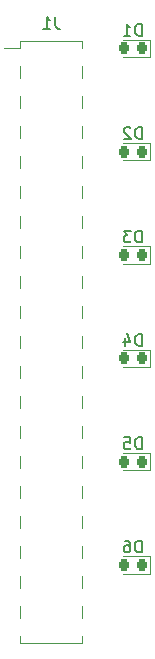
<source format=gbr>
%TF.GenerationSoftware,KiCad,Pcbnew,(7.0.0)*%
%TF.CreationDate,2023-03-30T09:00:50-07:00*%
%TF.ProjectId,wyw_r_frontpanel,7779775f-725f-4667-926f-6e7470616e65,rev?*%
%TF.SameCoordinates,Original*%
%TF.FileFunction,Legend,Bot*%
%TF.FilePolarity,Positive*%
%FSLAX46Y46*%
G04 Gerber Fmt 4.6, Leading zero omitted, Abs format (unit mm)*
G04 Created by KiCad (PCBNEW (7.0.0)) date 2023-03-30 09:00:50*
%MOMM*%
%LPD*%
G01*
G04 APERTURE LIST*
G04 Aperture macros list*
%AMRoundRect*
0 Rectangle with rounded corners*
0 $1 Rounding radius*
0 $2 $3 $4 $5 $6 $7 $8 $9 X,Y pos of 4 corners*
0 Add a 4 corners polygon primitive as box body*
4,1,4,$2,$3,$4,$5,$6,$7,$8,$9,$2,$3,0*
0 Add four circle primitives for the rounded corners*
1,1,$1+$1,$2,$3*
1,1,$1+$1,$4,$5*
1,1,$1+$1,$6,$7*
1,1,$1+$1,$8,$9*
0 Add four rect primitives between the rounded corners*
20,1,$1+$1,$2,$3,$4,$5,0*
20,1,$1+$1,$4,$5,$6,$7,0*
20,1,$1+$1,$6,$7,$8,$9,0*
20,1,$1+$1,$8,$9,$2,$3,0*%
G04 Aperture macros list end*
%ADD10C,0.150000*%
%ADD11C,0.120000*%
%ADD12R,3.000000X1.000000*%
%ADD13C,2.130000*%
%ADD14R,1.830000X1.930000*%
%ADD15O,2.720000X3.240000*%
%ADD16R,1.800000X1.800000*%
%ADD17C,1.800000*%
%ADD18O,3.240000X2.720000*%
%ADD19RoundRect,0.218750X0.218750X0.256250X-0.218750X0.256250X-0.218750X-0.256250X0.218750X-0.256250X0*%
G04 APERTURE END LIST*
D10*
%TO.C,J1*%
X25333333Y-55277380D02*
X25333333Y-55991666D01*
X25333333Y-55991666D02*
X25380952Y-56134523D01*
X25380952Y-56134523D02*
X25476190Y-56229761D01*
X25476190Y-56229761D02*
X25619047Y-56277380D01*
X25619047Y-56277380D02*
X25714285Y-56277380D01*
X24333333Y-56277380D02*
X24904761Y-56277380D01*
X24619047Y-56277380D02*
X24619047Y-55277380D01*
X24619047Y-55277380D02*
X24714285Y-55420238D01*
X24714285Y-55420238D02*
X24809523Y-55515476D01*
X24809523Y-55515476D02*
X24904761Y-55563095D01*
%TO.C,D5*%
X32650594Y-91887380D02*
X32650594Y-90887380D01*
X32650594Y-90887380D02*
X32412499Y-90887380D01*
X32412499Y-90887380D02*
X32269642Y-90935000D01*
X32269642Y-90935000D02*
X32174404Y-91030238D01*
X32174404Y-91030238D02*
X32126785Y-91125476D01*
X32126785Y-91125476D02*
X32079166Y-91315952D01*
X32079166Y-91315952D02*
X32079166Y-91458809D01*
X32079166Y-91458809D02*
X32126785Y-91649285D01*
X32126785Y-91649285D02*
X32174404Y-91744523D01*
X32174404Y-91744523D02*
X32269642Y-91839761D01*
X32269642Y-91839761D02*
X32412499Y-91887380D01*
X32412499Y-91887380D02*
X32650594Y-91887380D01*
X31174404Y-90887380D02*
X31650594Y-90887380D01*
X31650594Y-90887380D02*
X31698213Y-91363571D01*
X31698213Y-91363571D02*
X31650594Y-91315952D01*
X31650594Y-91315952D02*
X31555356Y-91268333D01*
X31555356Y-91268333D02*
X31317261Y-91268333D01*
X31317261Y-91268333D02*
X31222023Y-91315952D01*
X31222023Y-91315952D02*
X31174404Y-91363571D01*
X31174404Y-91363571D02*
X31126785Y-91458809D01*
X31126785Y-91458809D02*
X31126785Y-91696904D01*
X31126785Y-91696904D02*
X31174404Y-91792142D01*
X31174404Y-91792142D02*
X31222023Y-91839761D01*
X31222023Y-91839761D02*
X31317261Y-91887380D01*
X31317261Y-91887380D02*
X31555356Y-91887380D01*
X31555356Y-91887380D02*
X31650594Y-91839761D01*
X31650594Y-91839761D02*
X31698213Y-91792142D01*
%TO.C,D6*%
X32650594Y-100637380D02*
X32650594Y-99637380D01*
X32650594Y-99637380D02*
X32412499Y-99637380D01*
X32412499Y-99637380D02*
X32269642Y-99685000D01*
X32269642Y-99685000D02*
X32174404Y-99780238D01*
X32174404Y-99780238D02*
X32126785Y-99875476D01*
X32126785Y-99875476D02*
X32079166Y-100065952D01*
X32079166Y-100065952D02*
X32079166Y-100208809D01*
X32079166Y-100208809D02*
X32126785Y-100399285D01*
X32126785Y-100399285D02*
X32174404Y-100494523D01*
X32174404Y-100494523D02*
X32269642Y-100589761D01*
X32269642Y-100589761D02*
X32412499Y-100637380D01*
X32412499Y-100637380D02*
X32650594Y-100637380D01*
X31222023Y-99637380D02*
X31412499Y-99637380D01*
X31412499Y-99637380D02*
X31507737Y-99685000D01*
X31507737Y-99685000D02*
X31555356Y-99732619D01*
X31555356Y-99732619D02*
X31650594Y-99875476D01*
X31650594Y-99875476D02*
X31698213Y-100065952D01*
X31698213Y-100065952D02*
X31698213Y-100446904D01*
X31698213Y-100446904D02*
X31650594Y-100542142D01*
X31650594Y-100542142D02*
X31602975Y-100589761D01*
X31602975Y-100589761D02*
X31507737Y-100637380D01*
X31507737Y-100637380D02*
X31317261Y-100637380D01*
X31317261Y-100637380D02*
X31222023Y-100589761D01*
X31222023Y-100589761D02*
X31174404Y-100542142D01*
X31174404Y-100542142D02*
X31126785Y-100446904D01*
X31126785Y-100446904D02*
X31126785Y-100208809D01*
X31126785Y-100208809D02*
X31174404Y-100113571D01*
X31174404Y-100113571D02*
X31222023Y-100065952D01*
X31222023Y-100065952D02*
X31317261Y-100018333D01*
X31317261Y-100018333D02*
X31507737Y-100018333D01*
X31507737Y-100018333D02*
X31602975Y-100065952D01*
X31602975Y-100065952D02*
X31650594Y-100113571D01*
X31650594Y-100113571D02*
X31698213Y-100208809D01*
%TO.C,D3*%
X32650594Y-74387380D02*
X32650594Y-73387380D01*
X32650594Y-73387380D02*
X32412499Y-73387380D01*
X32412499Y-73387380D02*
X32269642Y-73435000D01*
X32269642Y-73435000D02*
X32174404Y-73530238D01*
X32174404Y-73530238D02*
X32126785Y-73625476D01*
X32126785Y-73625476D02*
X32079166Y-73815952D01*
X32079166Y-73815952D02*
X32079166Y-73958809D01*
X32079166Y-73958809D02*
X32126785Y-74149285D01*
X32126785Y-74149285D02*
X32174404Y-74244523D01*
X32174404Y-74244523D02*
X32269642Y-74339761D01*
X32269642Y-74339761D02*
X32412499Y-74387380D01*
X32412499Y-74387380D02*
X32650594Y-74387380D01*
X31745832Y-73387380D02*
X31126785Y-73387380D01*
X31126785Y-73387380D02*
X31460118Y-73768333D01*
X31460118Y-73768333D02*
X31317261Y-73768333D01*
X31317261Y-73768333D02*
X31222023Y-73815952D01*
X31222023Y-73815952D02*
X31174404Y-73863571D01*
X31174404Y-73863571D02*
X31126785Y-73958809D01*
X31126785Y-73958809D02*
X31126785Y-74196904D01*
X31126785Y-74196904D02*
X31174404Y-74292142D01*
X31174404Y-74292142D02*
X31222023Y-74339761D01*
X31222023Y-74339761D02*
X31317261Y-74387380D01*
X31317261Y-74387380D02*
X31602975Y-74387380D01*
X31602975Y-74387380D02*
X31698213Y-74339761D01*
X31698213Y-74339761D02*
X31745832Y-74292142D01*
%TO.C,D4*%
X32650594Y-83137380D02*
X32650594Y-82137380D01*
X32650594Y-82137380D02*
X32412499Y-82137380D01*
X32412499Y-82137380D02*
X32269642Y-82185000D01*
X32269642Y-82185000D02*
X32174404Y-82280238D01*
X32174404Y-82280238D02*
X32126785Y-82375476D01*
X32126785Y-82375476D02*
X32079166Y-82565952D01*
X32079166Y-82565952D02*
X32079166Y-82708809D01*
X32079166Y-82708809D02*
X32126785Y-82899285D01*
X32126785Y-82899285D02*
X32174404Y-82994523D01*
X32174404Y-82994523D02*
X32269642Y-83089761D01*
X32269642Y-83089761D02*
X32412499Y-83137380D01*
X32412499Y-83137380D02*
X32650594Y-83137380D01*
X31222023Y-82470714D02*
X31222023Y-83137380D01*
X31460118Y-82089761D02*
X31698213Y-82804047D01*
X31698213Y-82804047D02*
X31079166Y-82804047D01*
%TO.C,D2*%
X32650594Y-65637380D02*
X32650594Y-64637380D01*
X32650594Y-64637380D02*
X32412499Y-64637380D01*
X32412499Y-64637380D02*
X32269642Y-64685000D01*
X32269642Y-64685000D02*
X32174404Y-64780238D01*
X32174404Y-64780238D02*
X32126785Y-64875476D01*
X32126785Y-64875476D02*
X32079166Y-65065952D01*
X32079166Y-65065952D02*
X32079166Y-65208809D01*
X32079166Y-65208809D02*
X32126785Y-65399285D01*
X32126785Y-65399285D02*
X32174404Y-65494523D01*
X32174404Y-65494523D02*
X32269642Y-65589761D01*
X32269642Y-65589761D02*
X32412499Y-65637380D01*
X32412499Y-65637380D02*
X32650594Y-65637380D01*
X31698213Y-64732619D02*
X31650594Y-64685000D01*
X31650594Y-64685000D02*
X31555356Y-64637380D01*
X31555356Y-64637380D02*
X31317261Y-64637380D01*
X31317261Y-64637380D02*
X31222023Y-64685000D01*
X31222023Y-64685000D02*
X31174404Y-64732619D01*
X31174404Y-64732619D02*
X31126785Y-64827857D01*
X31126785Y-64827857D02*
X31126785Y-64923095D01*
X31126785Y-64923095D02*
X31174404Y-65065952D01*
X31174404Y-65065952D02*
X31745832Y-65637380D01*
X31745832Y-65637380D02*
X31126785Y-65637380D01*
%TO.C,D1*%
X32650594Y-56887380D02*
X32650594Y-55887380D01*
X32650594Y-55887380D02*
X32412499Y-55887380D01*
X32412499Y-55887380D02*
X32269642Y-55935000D01*
X32269642Y-55935000D02*
X32174404Y-56030238D01*
X32174404Y-56030238D02*
X32126785Y-56125476D01*
X32126785Y-56125476D02*
X32079166Y-56315952D01*
X32079166Y-56315952D02*
X32079166Y-56458809D01*
X32079166Y-56458809D02*
X32126785Y-56649285D01*
X32126785Y-56649285D02*
X32174404Y-56744523D01*
X32174404Y-56744523D02*
X32269642Y-56839761D01*
X32269642Y-56839761D02*
X32412499Y-56887380D01*
X32412499Y-56887380D02*
X32650594Y-56887380D01*
X31126785Y-56887380D02*
X31698213Y-56887380D01*
X31412499Y-56887380D02*
X31412499Y-55887380D01*
X31412499Y-55887380D02*
X31507737Y-56030238D01*
X31507737Y-56030238D02*
X31602975Y-56125476D01*
X31602975Y-56125476D02*
X31698213Y-56173095D01*
D11*
%TO.C,J1*%
X22400000Y-107700000D02*
X22400000Y-108270000D01*
X22400000Y-105160000D02*
X22400000Y-106180000D01*
X22400000Y-102620000D02*
X22400000Y-103640000D01*
X22400000Y-100080000D02*
X22400000Y-101100000D01*
X22400000Y-97540000D02*
X22400000Y-98560000D01*
X22400000Y-95000000D02*
X22400000Y-96020000D01*
X22400000Y-92460000D02*
X22400000Y-93480000D01*
X22400000Y-89920000D02*
X22400000Y-90940000D01*
X22400000Y-87380000D02*
X22400000Y-88400000D01*
X22400000Y-84840000D02*
X22400000Y-85860000D01*
X22400000Y-82300000D02*
X22400000Y-83320000D01*
X22400000Y-79760000D02*
X22400000Y-80780000D01*
X22400000Y-77220000D02*
X22400000Y-78240000D01*
X22400000Y-74680000D02*
X22400000Y-75700000D01*
X22400000Y-72140000D02*
X22400000Y-73160000D01*
X22400000Y-69600000D02*
X22400000Y-70620000D01*
X22400000Y-67060000D02*
X22400000Y-68080000D01*
X22400000Y-64520000D02*
X22400000Y-65540000D01*
X22400000Y-61980000D02*
X22400000Y-63000000D01*
X22400000Y-59440000D02*
X22400000Y-60460000D01*
X22400000Y-57920000D02*
X21040000Y-57920000D01*
X22400000Y-57350000D02*
X22400000Y-57920000D01*
X27600000Y-108270000D02*
X22400000Y-108270000D01*
X27600000Y-107700000D02*
X27600000Y-108270000D01*
X27600000Y-105160000D02*
X27600000Y-106180000D01*
X27600000Y-102620000D02*
X27600000Y-103640000D01*
X27600000Y-100080000D02*
X27600000Y-101100000D01*
X27600000Y-97540000D02*
X27600000Y-98560000D01*
X27600000Y-95000000D02*
X27600000Y-96020000D01*
X27600000Y-92460000D02*
X27600000Y-93480000D01*
X27600000Y-89920000D02*
X27600000Y-90940000D01*
X27600000Y-87380000D02*
X27600000Y-88400000D01*
X27600000Y-84840000D02*
X27600000Y-85860000D01*
X27600000Y-82300000D02*
X27600000Y-83320000D01*
X27600000Y-79760000D02*
X27600000Y-80780000D01*
X27600000Y-77220000D02*
X27600000Y-78240000D01*
X27600000Y-74680000D02*
X27600000Y-75700000D01*
X27600000Y-72140000D02*
X27600000Y-73160000D01*
X27600000Y-69600000D02*
X27600000Y-70620000D01*
X27600000Y-67060000D02*
X27600000Y-68080000D01*
X27600000Y-64520000D02*
X27600000Y-65540000D01*
X27600000Y-61980000D02*
X27600000Y-63000000D01*
X27600000Y-59440000D02*
X27600000Y-60460000D01*
X27600000Y-57350000D02*
X22400000Y-57350000D01*
X27600000Y-57350000D02*
X27600000Y-57920000D01*
%TO.C,D5*%
X31112500Y-92215000D02*
X33397500Y-92215000D01*
X33397500Y-92215000D02*
X33397500Y-93685000D01*
X33397500Y-93685000D02*
X31112500Y-93685000D01*
%TO.C,D6*%
X31112500Y-100965000D02*
X33397500Y-100965000D01*
X33397500Y-100965000D02*
X33397500Y-102435000D01*
X33397500Y-102435000D02*
X31112500Y-102435000D01*
%TO.C,D3*%
X31112500Y-74715000D02*
X33397500Y-74715000D01*
X33397500Y-74715000D02*
X33397500Y-76185000D01*
X33397500Y-76185000D02*
X31112500Y-76185000D01*
%TO.C,D4*%
X31112500Y-83465000D02*
X33397500Y-83465000D01*
X33397500Y-83465000D02*
X33397500Y-84935000D01*
X33397500Y-84935000D02*
X31112500Y-84935000D01*
%TO.C,D2*%
X31112500Y-65965000D02*
X33397500Y-65965000D01*
X33397500Y-65965000D02*
X33397500Y-67435000D01*
X33397500Y-67435000D02*
X31112500Y-67435000D01*
%TO.C,D1*%
X31112500Y-57215000D02*
X33397500Y-57215000D01*
X33397500Y-57215000D02*
X33397500Y-58685000D01*
X33397500Y-58685000D02*
X31112500Y-58685000D01*
%TD*%
%LPC*%
D12*
%TO.C,J1*%
X27519999Y-106939999D03*
X22479999Y-106939999D03*
X27519999Y-104399999D03*
X22479999Y-104399999D03*
X27519999Y-101859999D03*
X22479999Y-101859999D03*
X27519999Y-99319999D03*
X22479999Y-99319999D03*
X27519999Y-96779999D03*
X22479999Y-96779999D03*
X27519999Y-94239999D03*
X22479999Y-94239999D03*
X27519999Y-91699999D03*
X22479999Y-91699999D03*
X27519999Y-89159999D03*
X22479999Y-89159999D03*
X27519999Y-86619999D03*
X22479999Y-86619999D03*
X27519999Y-84079999D03*
X22479999Y-84079999D03*
X27519999Y-81539999D03*
X22479999Y-81539999D03*
X27519999Y-78999999D03*
X22479999Y-78999999D03*
X27519999Y-76459999D03*
X22479999Y-76459999D03*
X27519999Y-73919999D03*
X22479999Y-73919999D03*
X27519999Y-71379999D03*
X22479999Y-71379999D03*
X27519999Y-68839999D03*
X22479999Y-68839999D03*
X27519999Y-66299999D03*
X22479999Y-66299999D03*
X27519999Y-63759999D03*
X22479999Y-63759999D03*
X27519999Y-61219999D03*
X22479999Y-61219999D03*
X27519999Y-58679999D03*
X22479999Y-58679999D03*
%TD*%
D13*
%TO.C,J5*%
X39800000Y-110700000D03*
X48100000Y-110700000D03*
D14*
X36699999Y-110699999D03*
%TD*%
D15*
%TO.C,RV3*%
X38299999Y-49249999D03*
X47899999Y-49249999D03*
D16*
X40599999Y-56749999D03*
D17*
X43100000Y-56750000D03*
X45600000Y-56750000D03*
%TD*%
D13*
%TO.C,J9*%
X40021539Y-132358354D03*
X48321539Y-132358354D03*
D14*
X36921538Y-132358353D03*
%TD*%
D15*
%TO.C,RV1*%
X22999999Y-43224999D03*
X32599999Y-43224999D03*
D16*
X25299999Y-50724999D03*
D17*
X27800000Y-50725000D03*
X30300000Y-50725000D03*
%TD*%
D13*
%TO.C,J3*%
X39800000Y-90700000D03*
X48100000Y-90700000D03*
D14*
X36699999Y-90699999D03*
%TD*%
D13*
%TO.C,J2*%
X39800000Y-80700000D03*
X48100000Y-80700000D03*
D14*
X36699999Y-80699999D03*
%TD*%
D13*
%TO.C,J4*%
X39800000Y-100700000D03*
X48100000Y-100700000D03*
D14*
X36699999Y-100699999D03*
%TD*%
%TO.C,J6*%
X22099999Y-121999999D03*
D13*
X33500000Y-122000000D03*
X25200000Y-122000000D03*
%TD*%
%TO.C,J7*%
X40021539Y-122000000D03*
X48321539Y-122000000D03*
D14*
X36921538Y-121999999D03*
%TD*%
D17*
%TO.C,RV4*%
X45500000Y-73325000D03*
X43000000Y-73325000D03*
D16*
X40499999Y-73324999D03*
D15*
X47799999Y-65824999D03*
X38199999Y-65824999D03*
%TD*%
D14*
%TO.C,J8*%
X22099999Y-132358353D03*
D13*
X33500000Y-132358354D03*
X25200000Y-132358354D03*
%TD*%
D18*
%TO.C,RV2*%
X44374999Y-31399999D03*
X44374999Y-40999999D03*
D16*
X36874999Y-33699999D03*
D17*
X36875000Y-36200000D03*
X36875000Y-38700000D03*
%TD*%
D19*
%TO.C,D5*%
X31125000Y-92950000D03*
X32700000Y-92950000D03*
%TD*%
%TO.C,D6*%
X31125000Y-101700000D03*
X32700000Y-101700000D03*
%TD*%
%TO.C,D3*%
X31125000Y-75450000D03*
X32700000Y-75450000D03*
%TD*%
%TO.C,D4*%
X31125000Y-84200000D03*
X32700000Y-84200000D03*
%TD*%
%TO.C,D2*%
X31125000Y-66700000D03*
X32700000Y-66700000D03*
%TD*%
%TO.C,D1*%
X31125000Y-57950000D03*
X32700000Y-57950000D03*
%TD*%
M02*

</source>
